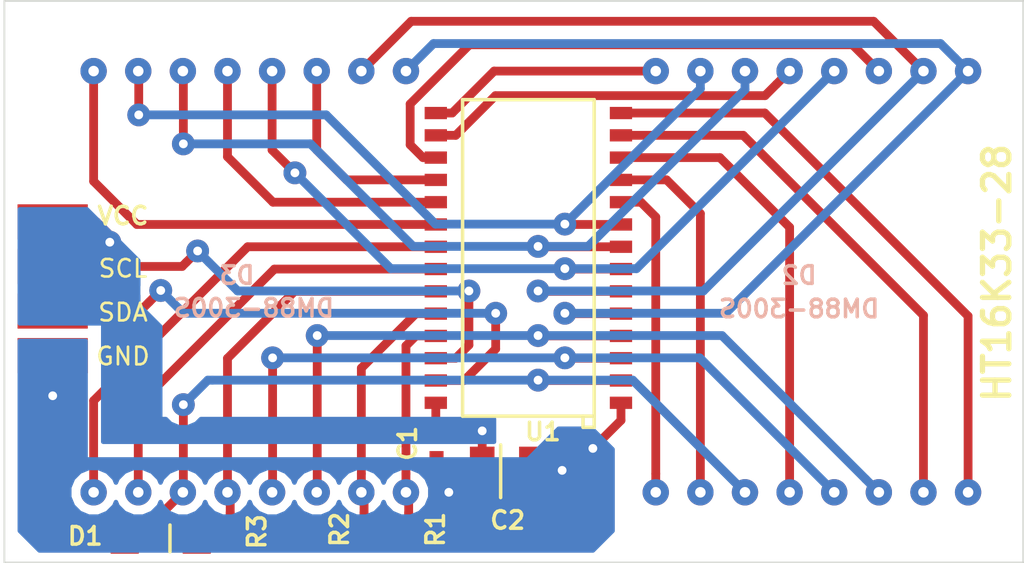
<source format=kicad_pcb>
(kicad_pcb (version 4) (host pcbnew "(after 2015-mar-04 BZR unknown)-product")

  (general
    (links 47)
    (no_connects 0)
    (area 96.45 151.949999 155.050001 184.050001)
    (thickness 1.6)
    (drawings 6)
    (tracks 197)
    (zones 0)
    (modules 13)
    (nets 30)
  )

  (page A4 portrait)
  (layers
    (0 F.Cu signal)
    (31 B.Cu signal)
    (32 B.Adhes user)
    (33 F.Adhes user)
    (34 B.Paste user)
    (35 F.Paste user)
    (36 B.SilkS user)
    (37 F.SilkS user)
    (38 B.Mask user)
    (39 F.Mask user)
    (40 Dwgs.User user)
    (41 Cmts.User user)
    (42 Eco1.User user)
    (43 Eco2.User user)
    (44 Edge.Cuts user)
  )

  (setup
    (last_trace_width 0.5)
    (trace_clearance 0.3)
    (zone_clearance 0.508)
    (zone_45_only no)
    (trace_min 0.3)
    (segment_width 0.2)
    (edge_width 0.1)
    (via_size 1.3)
    (via_drill 0.5)
    (via_min_size 1.3)
    (via_min_drill 0.5)
    (uvia_size 1.3)
    (uvia_drill 0.5)
    (uvias_allowed no)
    (uvia_min_size 1.3)
    (uvia_min_drill 0.5)
    (pcb_text_width 0.3)
    (pcb_text_size 1 1)
    (mod_edge_width 0.15)
    (mod_text_size 1 1)
    (mod_text_width 0.2)
    (pad_size 1.5 1.5)
    (pad_drill 0.6)
    (pad_to_mask_clearance 0)
    (aux_axis_origin 0 0)
    (visible_elements 7FFFFF7F)
    (pcbplotparams
      (layerselection 0x010fc_80000001)
      (usegerberextensions true)
      (excludeedgelayer true)
      (linewidth 0.150000)
      (plotframeref false)
      (viasonmask false)
      (mode 1)
      (useauxorigin false)
      (hpglpennumber 1)
      (hpglpenspeed 20)
      (hpglpendiameter 15)
      (hpglpenoverlay 2)
      (psnegative false)
      (psa4output false)
      (plotreference true)
      (plotvalue true)
      (plotinvisibletext false)
      (padsonsilk false)
      (subtractmaskfromsilk false)
      (outputformat 1)
      (mirror false)
      (drillshape 0)
      (scaleselection 1)
      (outputdirectory gerber))
  )

  (net 0 "")
  (net 1 /COL0)
  (net 2 "Net-(D1-Pad2)")
  (net 3 /VCC)
  (net 4 GND)
  (net 5 /COL4)
  (net 6 /ROW0)
  (net 7 /COL2)
  (net 8 /ROW3)
  (net 9 /ROW1)
  (net 10 /COL1)
  (net 11 /COL7)
  (net 12 /COL5)
  (net 13 /ROW4)
  (net 14 /ROW6)
  (net 15 /COL6)
  (net 16 /ROW7)
  (net 17 /COL3)
  (net 18 /ROW2)
  (net 19 /ROW5)
  (net 20 /SCL)
  (net 21 /SDA)
  (net 22 /ROW8)
  (net 23 /ROW11)
  (net 24 /ROW9)
  (net 25 /ROW12)
  (net 26 /ROW14)
  (net 27 /ROW15)
  (net 28 /ROW10)
  (net 29 /ROW13)

  (net_class Default "This is the default net class."
    (clearance 0.3)
    (trace_width 0.5)
    (via_dia 1.3)
    (via_drill 0.5)
    (uvia_dia 1.3)
    (uvia_drill 0.5)
    (add_net /COL0)
    (add_net /COL1)
    (add_net /COL2)
    (add_net /COL3)
    (add_net /COL4)
    (add_net /COL5)
    (add_net /COL6)
    (add_net /COL7)
    (add_net /ROW0)
    (add_net /ROW1)
    (add_net /ROW10)
    (add_net /ROW11)
    (add_net /ROW12)
    (add_net /ROW13)
    (add_net /ROW14)
    (add_net /ROW15)
    (add_net /ROW2)
    (add_net /ROW3)
    (add_net /ROW4)
    (add_net /ROW5)
    (add_net /ROW6)
    (add_net /ROW7)
    (add_net /ROW8)
    (add_net /ROW9)
    (add_net /SCL)
    (add_net /SDA)
    (add_net /VCC)
    (add_net GND)
    (add_net "Net-(D1-Pad2)")
  )

  (module discrete_SMD:0603_C (layer F.Cu) (tedit 5559E5F8) (tstamp 5559C49C)
    (at 121.6 176.45 270)
    (path /5559CAAA)
    (fp_text reference C1 (at 0.762 1.651 270) (layer F.SilkS)
      (effects (font (size 1 1) (thickness 0.2)))
    )
    (fp_text value capacitor (at 0.6 1.7 270) (layer F.Fab) hide
      (effects (font (size 1 1) (thickness 0.15)))
    )
    (pad 1 smd rect (at -0.15 0 270) (size 0.9 0.8) (layers F.Cu F.Paste F.Mask)
      (net 3 /VCC))
    (pad 2 smd rect (at 1.65 0 270) (size 0.9 0.8) (layers F.Cu F.Paste F.Mask)
      (net 4 GND))
    (model discrete_SMD.pretty/3D/0603_C.wrl
      (at (xyz -0.002 0 0))
      (scale (xyz 0.393701 0.393701 0.393701))
      (rotate (xyz 0 0 0))
    )
  )

  (module discrete_SMD:SOD-80 (layer F.Cu) (tedit 555A4F13) (tstamp 5559C4A8)
    (at 104.25 182.6 270)
    (path /5559AEA0)
    (fp_text reference D1 (at -0.101 2.65 360) (layer F.SilkS)
      (effects (font (size 1 1) (thickness 0.2)))
    )
    (fp_text value diode (at -4.699 -2.159 270) (layer F.SilkS) hide
      (effects (font (size 1 1) (thickness 0.15)))
    )
    (pad 1 smd rect (at 0 0.4 270) (size 1.8 1.6) (layers F.Cu F.Paste F.Mask)
      (net 1 /COL0))
    (pad 2 smd rect (at 0 -3.7 270) (size 1.8 1.6) (layers F.Cu F.Paste F.Mask)
      (net 2 "Net-(D1-Pad2)"))
    (model discrete_SMD.pretty/3D/SOD-80.wrl
      (at (xyz 0 0 0))
      (scale (xyz 0.393700787 0.393700787 0.393700787))
      (rotate (xyz 0 0 0))
    )
  )

  (module discrete_SMD:0402_R (layer F.Cu) (tedit 555A4EFE) (tstamp 5559C4DE)
    (at 120.015 181.345 270)
    (path /5559B080)
    (fp_text reference R1 (at 0.773 -1.524 270) (layer F.SilkS)
      (effects (font (size 1 1) (thickness 0.2)))
    )
    (fp_text value resistor (at 0.6 1.7 270) (layer F.Fab) hide
      (effects (font (size 1 1) (thickness 0.15)))
    )
    (pad 1 smd rect (at 0 0 270) (size 0.5 0.5) (layers F.Cu F.Paste F.Mask)
      (net 6 /ROW0))
    (pad 2 smd rect (at 0.9 0 270) (size 0.5 0.5) (layers F.Cu F.Paste F.Mask)
      (net 2 "Net-(D1-Pad2)"))
    (model discrete_SMD.pretty/3D/0402_R.wrl
      (at (xyz -0.002 0 0))
      (scale (xyz 0.393701 0.393701 0.393701))
      (rotate (xyz 0 0 0))
    )
  )

  (module discrete_SMD:0402_R (layer F.Cu) (tedit 555A4EF9) (tstamp 5559C4E4)
    (at 117.475 181.345 270)
    (path /5559B0D1)
    (fp_text reference R2 (at 0.773 1.397 270) (layer F.SilkS)
      (effects (font (size 1 1) (thickness 0.2)))
    )
    (fp_text value resistor (at 0.6 1.7 270) (layer F.Fab) hide
      (effects (font (size 1 1) (thickness 0.15)))
    )
    (pad 1 smd rect (at 0 0 270) (size 0.5 0.5) (layers F.Cu F.Paste F.Mask)
      (net 9 /ROW1))
    (pad 2 smd rect (at 0.9 0 270) (size 0.5 0.5) (layers F.Cu F.Paste F.Mask)
      (net 2 "Net-(D1-Pad2)"))
    (model discrete_SMD.pretty/3D/0402_R.wrl
      (at (xyz -0.002 0 0))
      (scale (xyz 0.393701 0.393701 0.393701))
      (rotate (xyz 0 0 0))
    )
  )

  (module discrete_SMD:0402_R (layer F.Cu) (tedit 555A4F0C) (tstamp 5559C4EA)
    (at 109.855 181.345 270)
    (path /5559B125)
    (fp_text reference R3 (at 0.9 -1.524 270) (layer F.SilkS)
      (effects (font (size 1 1) (thickness 0.2)))
    )
    (fp_text value resistor (at 0.6 1.7 270) (layer F.Fab) hide
      (effects (font (size 1 1) (thickness 0.15)))
    )
    (pad 1 smd rect (at 0 0 270) (size 0.5 0.5) (layers F.Cu F.Paste F.Mask)
      (net 18 /ROW2))
    (pad 2 smd rect (at 0.9 0 270) (size 0.5 0.5) (layers F.Cu F.Paste F.Mask)
      (net 2 "Net-(D1-Pad2)"))
    (model discrete_SMD.pretty/3D/0402_R.wrl
      (at (xyz -0.002 0 0))
      (scale (xyz 0.393701 0.393701 0.393701))
      (rotate (xyz 0 0 0))
    )
  )

  (module SO:SO28 (layer F.Cu) (tedit 5559CD12) (tstamp 5559D47D)
    (at 132.1 174.9 90)
    (path /53052BA2)
    (fp_text reference U1 (at -1.651 -4.445 180) (layer F.SilkS)
      (effects (font (size 1 1) (thickness 0.2)))
    )
    (fp_text value HT16K33-28 (at 1.651 -3.175 90) (layer F.Fab) hide
      (effects (font (size 1 1) (thickness 0.15)))
    )
    (fp_line (start 17.272 -9.017) (end -0.762 -9.017) (layer F.SilkS) (width 0.2))
    (fp_line (start -0.762 -9.017) (end -0.762 -1.524) (layer F.SilkS) (width 0.2))
    (fp_line (start 17.272 -1.524) (end 17.272 -9.017) (layer F.SilkS) (width 0.2))
    (fp_line (start -0.762 -1.524) (end 17.272 -1.524) (layer F.SilkS) (width 0.2))
    (fp_line (start -0.762 -2.159) (end -1.397 -2.159) (layer F.SilkS) (width 0.2))
    (fp_line (start -1.397 -2.159) (end -1.397 -1.524) (layer F.SilkS) (width 0.2))
    (fp_line (start -1.397 -1.524) (end -0.762 -1.524) (layer F.SilkS) (width 0.2))
    (pad 15 smd rect (at 16.51 -10.541 90) (size 0.7 1.27) (layers F.Cu F.Paste F.Mask)
      (net 28 /ROW10))
    (pad 16 smd rect (at 15.24 -10.541 90) (size 0.7 1.27) (layers F.Cu F.Paste F.Mask)
      (net 24 /ROW9))
    (pad 17 smd rect (at 13.97 -10.541 90) (size 0.7 1.27) (layers F.Cu F.Paste F.Mask)
      (net 22 /ROW8))
    (pad 18 smd rect (at 12.7 -10.541 90) (size 0.7 1.27) (layers F.Cu F.Paste F.Mask)
      (net 16 /ROW7))
    (pad 19 smd rect (at 11.43 -10.541 90) (size 0.7 1.27) (layers F.Cu F.Paste F.Mask)
      (net 14 /ROW6))
    (pad 20 smd rect (at 10.16 -10.541 90) (size 0.7 1.27) (layers F.Cu F.Paste F.Mask)
      (net 19 /ROW5))
    (pad 14 smd rect (at 16.51 0 90) (size 0.7 1.27) (layers F.Cu F.Paste F.Mask)
      (net 23 /ROW11))
    (pad 13 smd rect (at 15.24 0 90) (size 0.7 1.27) (layers F.Cu F.Paste F.Mask)
      (net 25 /ROW12))
    (pad 12 smd rect (at 13.97 0 90) (size 0.7 1.27) (layers F.Cu F.Paste F.Mask)
      (net 29 /ROW13))
    (pad 11 smd rect (at 12.7 0 90) (size 0.7 1.27) (layers F.Cu F.Paste F.Mask)
      (net 26 /ROW14))
    (pad 10 smd rect (at 11.43 0 90) (size 0.7 1.27) (layers F.Cu F.Paste F.Mask)
      (net 27 /ROW15))
    (pad 9 smd rect (at 10.16 0 90) (size 0.7 1.27) (layers F.Cu F.Paste F.Mask)
      (net 11 /COL7))
    (pad 24 smd rect (at 5.08 -10.541 90) (size 0.7 1.27) (layers F.Cu F.Paste F.Mask)
      (net 9 /ROW1))
    (pad 23 smd rect (at 6.35 -10.541 90) (size 0.7 1.27) (layers F.Cu F.Paste F.Mask)
      (net 18 /ROW2))
    (pad 22 smd rect (at 7.62 -10.541 90) (size 0.7 1.27) (layers F.Cu F.Paste F.Mask)
      (net 8 /ROW3))
    (pad 21 smd rect (at 8.89 -10.541 90) (size 0.7 1.27) (layers F.Cu F.Paste F.Mask)
      (net 13 /ROW4))
    (pad 8 smd rect (at 8.89 0 90) (size 0.7 1.27) (layers F.Cu F.Paste F.Mask)
      (net 15 /COL6))
    (pad 7 smd rect (at 7.62 0 90) (size 0.7 1.27) (layers F.Cu F.Paste F.Mask)
      (net 12 /COL5))
    (pad 6 smd rect (at 6.35 0 90) (size 0.7 1.27) (layers F.Cu F.Paste F.Mask)
      (net 5 /COL4))
    (pad 5 smd rect (at 5.08 0 90) (size 0.7 1.27) (layers F.Cu F.Paste F.Mask)
      (net 17 /COL3))
    (pad 1 smd rect (at 0 0 90) (size 0.7 1.27) (layers F.Cu F.Paste F.Mask)
      (net 4 GND))
    (pad 2 smd rect (at 1.27 0 90) (size 0.7 1.27) (layers F.Cu F.Paste F.Mask)
      (net 1 /COL0))
    (pad 3 smd rect (at 2.54 0 90) (size 0.7 1.27) (layers F.Cu F.Paste F.Mask)
      (net 10 /COL1))
    (pad 4 smd rect (at 3.81 0 90) (size 0.7 1.27) (layers F.Cu F.Paste F.Mask)
      (net 7 /COL2))
    (pad 25 smd rect (at 3.81 -10.541 90) (size 0.7 1.27) (layers F.Cu F.Paste F.Mask)
      (net 6 /ROW0))
    (pad 26 smd rect (at 2.54 -10.541 90) (size 0.7 1.27) (layers F.Cu F.Paste F.Mask)
      (net 20 /SCL))
    (pad 27 smd rect (at 1.27 -10.541 90) (size 0.7 1.27) (layers F.Cu F.Paste F.Mask)
      (net 21 /SDA))
    (pad 28 smd rect (at 0 -10.541 90) (size 0.7 1.27) (layers F.Cu F.Paste F.Mask)
      (net 3 /VCC))
    (model SO.pretty/3D/SO28.wrl
      (at (xyz 0 0 0))
      (scale (xyz 0.393701 0.393701 0.393701))
      (rotate (xyz 0 0 0))
    )
  )

  (module discrete_SMD:case_B (layer F.Cu) (tedit 5559E5DF) (tstamp 5559DCCE)
    (at 125.65 178.8)
    (path /5559D571)
    (fp_text reference C2 (at 0 2.794) (layer F.SilkS)
      (effects (font (size 1 1) (thickness 0.2)))
    )
    (fp_text value capacitor_el (at 0.05 1.55) (layer F.Fab) hide
      (effects (font (size 1 1) (thickness 0.15)))
    )
    (fp_line (start -0.4 -1.5) (end -0.4 1.5) (layer F.SilkS) (width 0.2))
    (pad 1 smd rect (at -1.45 0) (size 1.4 2.8) (layers F.Cu F.Paste F.Mask)
      (net 3 /VCC))
    (pad 2 smd rect (at 1.35 0) (size 1.4 2.8) (layers F.Cu F.Paste F.Mask)
      (net 4 GND))
    (model discrete_SMD.pretty/3D/case_B.wrl
      (at (xyz -0.002 0 0))
      (scale (xyz 0.393701 0.393701 0.393701))
      (rotate (xyz 0 0 0))
    )
  )

  (module CONNECTORS:PLS1_SMD (layer F.Cu) (tedit 555A5199) (tstamp 5559E0F0)
    (at 98.298 164.592)
    (path /5559B63A)
    (fp_text reference X1 (at 0 -2.5) (layer F.SilkS) hide
      (effects (font (size 0.5 0.5) (thickness 0.125)))
    )
    (fp_text value VCC (at 5.452 -0.342) (layer F.SilkS)
      (effects (font (size 1 1) (thickness 0.2)))
    )
    (pad 1 smd rect (at 1.45 0) (size 4 2) (layers F.Cu F.Paste F.Mask)
      (net 3 /VCC))
    (model CONNECTORS.pretty/3D/PLS1_SMD.wrl
      (at (xyz 0 0 0))
      (scale (xyz 0.393701 0.393701 0.393701))
      (rotate (xyz 0 0 0))
    )
  )

  (module CONNECTORS:PLS1_SMD (layer F.Cu) (tedit 555A51EE) (tstamp 5559E0F5)
    (at 98.298 172.212)
    (path /5559B6A6)
    (fp_text reference X2 (at 0 -2.5) (layer F.SilkS) hide
      (effects (font (size 0.5 0.5) (thickness 0.125)))
    )
    (fp_text value GND (at 5.452 0.038) (layer F.SilkS)
      (effects (font (size 1 1) (thickness 0.15)))
    )
    (pad 1 smd rect (at 1.45 0) (size 4 2) (layers F.Cu F.Paste F.Mask)
      (net 4 GND))
    (model CONNECTORS.pretty/3D/PLS1_SMD.wrl
      (at (xyz 0 0 0))
      (scale (xyz 0.393701 0.393701 0.393701))
      (rotate (xyz 0 0 0))
    )
  )

  (module CONNECTORS:PLS1_SMD (layer F.Cu) (tedit 555A51B8) (tstamp 5559E0FA)
    (at 98.298 167.132)
    (path /5559B703)
    (fp_text reference X3 (at 0 -2.5) (layer F.SilkS) hide
      (effects (font (size 0.5 0.5) (thickness 0.125)))
    )
    (fp_text value SCL (at 5.452 0.118) (layer F.SilkS)
      (effects (font (size 1 1) (thickness 0.15)))
    )
    (pad 1 smd rect (at 1.45 0) (size 4 2) (layers F.Cu F.Paste F.Mask)
      (net 20 /SCL))
    (model CONNECTORS.pretty/3D/PLS1_SMD.wrl
      (at (xyz 0 0 0))
      (scale (xyz 0.393701 0.393701 0.393701))
      (rotate (xyz 0 0 0))
    )
  )

  (module CONNECTORS:PLS1_SMD (layer F.Cu) (tedit 555A51BE) (tstamp 5559E0FF)
    (at 98.298 169.672)
    (path /5559B743)
    (fp_text reference X4 (at 0 -2.5) (layer F.SilkS) hide
      (effects (font (size 0.5 0.5) (thickness 0.125)))
    )
    (fp_text value SDA (at 5.452 0.078) (layer F.SilkS)
      (effects (font (size 1 1) (thickness 0.15)))
    )
    (pad 1 smd rect (at 1.45 0) (size 4 2) (layers F.Cu F.Paste F.Mask)
      (net 21 /SDA))
    (model CONNECTORS.pretty/3D/PLS1_SMD.wrl
      (at (xyz 0 0 0))
      (scale (xyz 0.393701 0.393701 0.393701))
      (rotate (xyz 0 0 0))
    )
  )

  (module user_parts:DM88-300S (layer B.Cu) (tedit 555C9A6A) (tstamp 5559C4D8)
    (at 97 156)
    (tags "LED matrix 8x8")
    (path /5559B6AA)
    (fp_text reference D3 (at 13.24 11.64) (layer B.SilkS)
      (effects (font (size 1 1) (thickness 0.2)) (justify mirror))
    )
    (fp_text value DM88-300S (at 14.2 13.5) (layer B.SilkS)
      (effects (font (size 1 1) (thickness 0.2)) (justify mirror))
    )
    (pad 2 thru_hole circle (at 7.62 0) (size 1.5 1.5) (drill 0.6) (layers *.Cu *.Mask)
      (net 11 /COL7))
    (pad 1 thru_hole circle (at 5.08 0) (size 1.5 1.5) (drill 0.6) (layers *.Cu *.Mask)
      (net 19 /ROW5))
    (pad 3 thru_hole circle (at 10.16 0) (size 1.5 1.5) (drill 0.6) (layers *.Cu *.Mask)
      (net 15 /COL6))
    (pad 4 thru_hole circle (at 12.7 0) (size 1.5 1.5) (drill 0.6) (layers *.Cu *.Mask)
      (net 14 /ROW6))
    (pad 6 thru_hole circle (at 17.78 0) (size 1.5 1.5) (drill 0.6) (layers *.Cu *.Mask)
      (net 16 /ROW7))
    (pad 7 thru_hole circle (at 20.32 0) (size 1.5 1.5) (drill 0.6) (layers *.Cu *.Mask)
      (net 5 /COL4))
    (pad 5 thru_hole circle (at 15.24 0) (size 1.5 1.5) (drill 0.6) (layers *.Cu *.Mask)
      (net 12 /COL5))
    (pad 8 thru_hole circle (at 22.86 0) (size 1.5 1.5) (drill 0.6) (layers *.Cu *.Mask)
      (net 17 /COL3))
    (pad 12 thru_hole circle (at 15.24 24) (size 1.5 1.5) (drill 0.6) (layers *.Cu *.Mask)
      (net 10 /COL1))
    (pad 9 thru_hole circle (at 22.86 24) (size 1.5 1.5) (drill 0.6) (layers *.Cu *.Mask)
      (net 6 /ROW0))
    (pad 10 thru_hole circle (at 20.32 24) (size 1.5 1.5) (drill 0.6) (layers *.Cu *.Mask)
      (net 9 /ROW1))
    (pad 11 thru_hole circle (at 17.78 24) (size 1.5 1.5) (drill 0.6) (layers *.Cu *.Mask)
      (net 7 /COL2))
    (pad 13 thru_hole circle (at 12.7 24) (size 1.5 1.5) (drill 0.6) (layers *.Cu *.Mask)
      (net 18 /ROW2))
    (pad 14 thru_hole circle (at 10.16 24) (size 1.5 1.5) (drill 0.6) (layers *.Cu *.Mask)
      (net 1 /COL0))
    (pad 16 thru_hole circle (at 5.08 24) (size 1.5 1.5) (drill 0.6) (layers *.Cu *.Mask)
      (net 13 /ROW4))
    (pad 15 thru_hole circle (at 7.62 24) (size 1.5 1.5) (drill 0.6) (layers *.Cu *.Mask)
      (net 8 /ROW3))
    (model ${KIPRJMOD}/user_parts.pretty/3D/DM88-300S.wrl
      (at (xyz 0 0 0))
      (scale (xyz 0.393701 0.393701 0.393701))
      (rotate (xyz 0 0 0))
    )
  )

  (module user_parts:DM88-300S (layer B.Cu) (tedit 555A54E6) (tstamp 5559C4C0)
    (at 129 156)
    (tags "LED matrix 8x8")
    (path /5559B672)
    (fp_text reference D2 (at 13.24 11.64) (layer B.SilkS)
      (effects (font (size 1 1) (thickness 0.2)) (justify mirror))
    )
    (fp_text value DM88-300S (at 13.24 13.545) (layer B.SilkS)
      (effects (font (size 1 1) (thickness 0.2)) (justify mirror))
    )
    (pad 2 thru_hole circle (at 7.62 0) (size 1.5 1.5) (drill 0.6) (layers *.Cu *.Mask)
      (net 11 /COL7))
    (pad 1 thru_hole circle (at 5.08 0) (size 1.5 1.5) (drill 0.6) (layers *.Cu *.Mask)
      (net 28 /ROW10))
    (pad 3 thru_hole circle (at 10.16 0) (size 1.5 1.5) (drill 0.6) (layers *.Cu *.Mask)
      (net 15 /COL6))
    (pad 4 thru_hole circle (at 12.7 0) (size 1.5 1.5) (drill 0.6) (layers *.Cu *.Mask)
      (net 24 /ROW9))
    (pad 6 thru_hole circle (at 17.78 0) (size 1.5 1.5) (drill 0.6) (layers *.Cu *.Mask)
      (net 22 /ROW8))
    (pad 7 thru_hole circle (at 20.32 0) (size 1.5 1.5) (drill 0.6) (layers *.Cu *.Mask)
      (net 5 /COL4))
    (pad 5 thru_hole circle (at 15.24 0) (size 1.5 1.5) (drill 0.6) (layers *.Cu *.Mask)
      (net 12 /COL5))
    (pad 8 thru_hole circle (at 22.86 0) (size 1.5 1.5) (drill 0.6) (layers *.Cu *.Mask)
      (net 17 /COL3))
    (pad 12 thru_hole circle (at 15.24 24) (size 1.5 1.5) (drill 0.6) (layers *.Cu *.Mask)
      (net 10 /COL1))
    (pad 9 thru_hole circle (at 22.86 24) (size 1.5 1.5) (drill 0.6) (layers *.Cu *.Mask)
      (net 23 /ROW11))
    (pad 10 thru_hole circle (at 20.32 24) (size 1.5 1.5) (drill 0.6) (layers *.Cu *.Mask)
      (net 25 /ROW12))
    (pad 11 thru_hole circle (at 17.78 24) (size 1.5 1.5) (drill 0.6) (layers *.Cu *.Mask)
      (net 7 /COL2))
    (pad 13 thru_hole circle (at 12.7 24) (size 1.5 1.5) (drill 0.6) (layers *.Cu *.Mask)
      (net 29 /ROW13))
    (pad 14 thru_hole circle (at 10.16 24) (size 1.5 1.5) (drill 0.6) (layers *.Cu *.Mask)
      (net 1 /COL0))
    (pad 16 thru_hole circle (at 5.08 24) (size 1.5 1.5) (drill 0.6) (layers *.Cu *.Mask)
      (net 27 /ROW15))
    (pad 15 thru_hole circle (at 7.62 24) (size 1.5 1.5) (drill 0.6) (layers *.Cu *.Mask)
      (net 26 /ROW14))
    (model ${KIPRJMOD}/user_parts.pretty/3D/DM88-300S.wrl
      (at (xyz 0 0 0))
      (scale (xyz 0.393701 0.393701 0.393701))
      (rotate (xyz 0 0 0))
    )
  )

  (gr_line (start 97 184) (end 155 184) (angle 90) (layer Edge.Cuts) (width 0.1))
  (gr_line (start 155 152) (end 97 152) (angle 90) (layer Edge.Cuts) (width 0.1))
  (gr_text HT16K33-28 (at 153.5 167.5 90) (layer F.SilkS)
    (effects (font (size 1.5 1.5) (thickness 0.3)))
  )
  (gr_line (start 97 184) (end 97 152) (angle 90) (layer Edge.Cuts) (width 0.1))
  (gr_line (start 155 152) (end 155 184) (angle 90) (layer Edge.Cuts) (width 0.1))
  (gr_line (start 106.426 181.864) (end 106.426 183.388) (angle 90) (layer F.SilkS) (width 0.2))

  (segment (start 103.85 182.6) (end 104.56 182.6) (width 0.5) (layer F.Cu) (net 1))
  (segment (start 104.56 182.6) (end 107.16 180) (width 0.5) (layer F.Cu) (net 1))
  (segment (start 127.381 173.609) (end 132.769 173.609) (width 0.5) (layer B.Cu) (net 1))
  (segment (start 132.769 173.609) (end 139.16 180) (width 0.5) (layer B.Cu) (net 1))
  (segment (start 132.1 173.63) (end 127.402 173.63) (width 0.5) (layer F.Cu) (net 1))
  (via (at 127.381 173.609) (size 1.3) (drill 0.5) (layers F.Cu B.Cu) (net 1))
  (segment (start 127.402 173.63) (end 127.381 173.609) (width 0.5) (layer F.Cu) (net 1))
  (segment (start 127.381 173.609) (end 108.839 173.609) (width 0.5) (layer B.Cu) (net 1))
  (via (at 107.188 175.006) (size 1.3) (drill 0.5) (layers F.Cu B.Cu) (net 1))
  (segment (start 108.585 173.609) (end 107.188 175.006) (width 0.5) (layer B.Cu) (net 1))
  (segment (start 108.839 173.609) (end 108.585 173.609) (width 0.5) (layer B.Cu) (net 1))
  (segment (start 107.188 179.972) (end 107.16 180) (width 0.5) (layer F.Cu) (net 1))
  (segment (start 107.188 175.006) (end 107.188 179.972) (width 0.5) (layer F.Cu) (net 1))
  (segment (start 109.855 182.245) (end 117.475 182.245) (width 0.5) (layer F.Cu) (net 2))
  (segment (start 117.475 182.245) (end 120.015 182.245) (width 0.5) (layer F.Cu) (net 2))
  (segment (start 109.855 182.245) (end 108.305 182.245) (width 0.5) (layer F.Cu) (net 2))
  (segment (start 108.305 182.245) (end 107.95 182.6) (width 0.5) (layer F.Cu) (net 2))
  (segment (start 107.976 182.626) (end 107.95 182.6) (width 0.5) (layer F.Cu) (net 2))
  (segment (start 124.2 178.8) (end 124.2 176.5) (width 0.5) (layer F.Cu) (net 3))
  (segment (start 123.6 176.3) (end 124 176.3) (width 0.5) (layer F.Cu) (net 3))
  (segment (start 124 176.3) (end 124.2 176.5) (width 0.5) (layer F.Cu) (net 3))
  (via (at 124.2 176.5) (size 1.3) (drill 0.5) (layers F.Cu B.Cu) (net 3))
  (segment (start 121.6 176.3) (end 123.6 176.3) (width 0.5) (layer F.Cu) (net 3))
  (segment (start 121.559 174.9) (end 121.559 176.259) (width 0.5) (layer F.Cu) (net 3))
  (segment (start 121.559 176.259) (end 121.6 176.3) (width 0.5) (layer F.Cu) (net 3))
  (via (at 103 165.75) (size 1.3) (drill 0.5) (layers F.Cu B.Cu) (net 3))
  (segment (start 99.748 164.592) (end 102.248 164.592) (width 0.5) (layer F.Cu) (net 3))
  (segment (start 102.248 164.592) (end 103 165.344) (width 0.5) (layer F.Cu) (net 3))
  (segment (start 103 165.344) (end 103 165.75) (width 0.5) (layer F.Cu) (net 3))
  (segment (start 122.3 178.85) (end 122.3 180) (width 0.5) (layer F.Cu) (net 4))
  (via (at 122.3 180) (size 1.3) (drill 0.5) (layers F.Cu B.Cu) (net 4))
  (segment (start 121.6 178.1) (end 121.6 178.15) (width 0.5) (layer F.Cu) (net 4))
  (segment (start 121.6 178.15) (end 122.3 178.85) (width 0.5) (layer F.Cu) (net 4))
  (via (at 128.75 178.75) (size 1.3) (drill 0.5) (layers F.Cu B.Cu) (net 4))
  (segment (start 128.7 178.8) (end 128.75 178.75) (width 0.5) (layer F.Cu) (net 4))
  (segment (start 127 178.8) (end 128.7 178.8) (width 0.5) (layer F.Cu) (net 4))
  (via (at 130.5 177.5) (size 1.3) (drill 0.5) (layers F.Cu B.Cu) (net 4))
  (segment (start 132.1 175.9) (end 130.5 177.5) (width 0.5) (layer F.Cu) (net 4))
  (segment (start 132.1 174.9) (end 132.1 175.9) (width 0.5) (layer F.Cu) (net 4))
  (via (at 99.75 174.5) (size 1.3) (drill 0.5) (layers F.Cu B.Cu) (net 4))
  (segment (start 99.748 174.498) (end 99.75 174.5) (width 0.5) (layer F.Cu) (net 4))
  (segment (start 99.748 172.212) (end 99.748 174.498) (width 0.5) (layer F.Cu) (net 4))
  (segment (start 149.32 156) (end 146.482 153.162) (width 0.5) (layer F.Cu) (net 5))
  (segment (start 146.482 153.162) (end 120.158 153.162) (width 0.5) (layer F.Cu) (net 5))
  (segment (start 118.069999 155.250001) (end 117.32 156) (width 0.5) (layer F.Cu) (net 5))
  (segment (start 120.158 153.162) (end 118.069999 155.250001) (width 0.5) (layer F.Cu) (net 5))
  (segment (start 127.381 168.529) (end 136.791 168.529) (width 0.5) (layer B.Cu) (net 5))
  (segment (start 136.791 168.529) (end 149.32 156) (width 0.5) (layer B.Cu) (net 5))
  (segment (start 132.1 168.55) (end 127.402 168.55) (width 0.5) (layer F.Cu) (net 5))
  (segment (start 127.402 168.55) (end 127.381 168.529) (width 0.5) (layer F.Cu) (net 5))
  (via (at 127.381 168.529) (size 1.3) (drill 0.5) (layers F.Cu B.Cu) (net 5))
  (segment (start 120.015 181.345) (end 120.015 180.155) (width 0.5) (layer F.Cu) (net 6))
  (segment (start 120.015 180.155) (end 119.86 180) (width 0.5) (layer F.Cu) (net 6))
  (segment (start 121.559 171.09) (end 120.424 171.09) (width 0.5) (layer F.Cu) (net 6))
  (segment (start 119.86 178.93934) (end 119.86 180) (width 0.5) (layer F.Cu) (net 6))
  (segment (start 120.424 171.09) (end 119.86 171.654) (width 0.5) (layer F.Cu) (net 6))
  (segment (start 119.86 171.654) (end 119.86 178.93934) (width 0.5) (layer F.Cu) (net 6))
  (segment (start 114.808 171.069) (end 114.808 179.972) (width 0.5) (layer F.Cu) (net 7))
  (segment (start 114.808 179.972) (end 114.78 180) (width 0.5) (layer F.Cu) (net 7))
  (segment (start 127.381 171.069) (end 114.808 171.069) (width 0.5) (layer B.Cu) (net 7))
  (via (at 114.808 171.069) (size 1.3) (drill 0.5) (layers F.Cu B.Cu) (net 7))
  (segment (start 127.381 171.069) (end 137.849 171.069) (width 0.5) (layer B.Cu) (net 7))
  (segment (start 146.030001 179.250001) (end 146.78 180) (width 0.5) (layer B.Cu) (net 7))
  (segment (start 137.849 171.069) (end 146.030001 179.250001) (width 0.5) (layer B.Cu) (net 7))
  (segment (start 132.1 171.09) (end 127.402 171.09) (width 0.5) (layer F.Cu) (net 7))
  (segment (start 127.402 171.09) (end 127.381 171.069) (width 0.5) (layer F.Cu) (net 7))
  (via (at 127.381 171.069) (size 1.3) (drill 0.5) (layers F.Cu B.Cu) (net 7))
  (segment (start 121.559 167.28) (end 112.374 167.28) (width 0.5) (layer F.Cu) (net 8))
  (segment (start 112.374 167.28) (end 104.62 175.034) (width 0.5) (layer F.Cu) (net 8))
  (segment (start 104.62 175.034) (end 104.62 180) (width 0.5) (layer F.Cu) (net 8))
  (segment (start 117.475 181.345) (end 117.475 180.155) (width 0.5) (layer F.Cu) (net 9))
  (segment (start 117.475 180.155) (end 117.32 180) (width 0.5) (layer F.Cu) (net 9))
  (segment (start 121.559 169.82) (end 120.424 169.82) (width 0.5) (layer F.Cu) (net 9))
  (segment (start 117.32 172.924) (end 117.32 178.93934) (width 0.5) (layer F.Cu) (net 9))
  (segment (start 120.424 169.82) (end 117.32 172.924) (width 0.5) (layer F.Cu) (net 9))
  (segment (start 117.32 178.93934) (end 117.32 180) (width 0.5) (layer F.Cu) (net 9))
  (segment (start 112.268 172.339) (end 112.268 179.972) (width 0.5) (layer F.Cu) (net 10))
  (segment (start 112.268 179.972) (end 112.24 180) (width 0.5) (layer F.Cu) (net 10))
  (segment (start 128.905 172.339) (end 112.268 172.339) (width 0.5) (layer B.Cu) (net 10))
  (via (at 112.268 172.339) (size 1.3) (drill 0.5) (layers F.Cu B.Cu) (net 10))
  (segment (start 128.905 172.339) (end 136.579 172.339) (width 0.5) (layer B.Cu) (net 10))
  (segment (start 136.579 172.339) (end 144.24 180) (width 0.5) (layer B.Cu) (net 10))
  (segment (start 132.1 172.36) (end 128.926 172.36) (width 0.5) (layer F.Cu) (net 10))
  (segment (start 128.926 172.36) (end 128.905 172.339) (width 0.5) (layer F.Cu) (net 10))
  (via (at 128.905 172.339) (size 1.3) (drill 0.5) (layers F.Cu B.Cu) (net 10))
  (segment (start 104.648 158.496) (end 104.648 156.028) (width 0.5) (layer F.Cu) (net 11))
  (segment (start 104.648 156.028) (end 104.62 156) (width 0.5) (layer F.Cu) (net 11))
  (segment (start 121.539 164.719) (end 115.316 158.496) (width 0.5) (layer B.Cu) (net 11))
  (segment (start 115.316 158.496) (end 104.648 158.496) (width 0.5) (layer B.Cu) (net 11))
  (via (at 104.648 158.496) (size 1.3) (drill 0.5) (layers F.Cu B.Cu) (net 11))
  (segment (start 128.905 164.719) (end 121.539 164.719) (width 0.5) (layer B.Cu) (net 11))
  (segment (start 128.905 164.719) (end 136.62 157.004) (width 0.5) (layer B.Cu) (net 11))
  (via (at 128.905 164.719) (size 1.3) (drill 0.5) (layers F.Cu B.Cu) (net 11))
  (segment (start 132.1 164.74) (end 128.926 164.74) (width 0.5) (layer F.Cu) (net 11))
  (segment (start 128.926 164.74) (end 128.905 164.719) (width 0.5) (layer F.Cu) (net 11))
  (segment (start 136.62 157.004) (end 136.62 156) (width 0.5) (layer B.Cu) (net 11))
  (segment (start 113.538 161.798) (end 118.999 167.259) (width 0.5) (layer B.Cu) (net 12))
  (segment (start 118.999 167.259) (end 128.905 167.259) (width 0.5) (layer B.Cu) (net 12))
  (segment (start 112.24 156) (end 112.24 160.5) (width 0.5) (layer F.Cu) (net 12))
  (segment (start 112.24 160.5) (end 113.538 161.798) (width 0.5) (layer F.Cu) (net 12))
  (via (at 113.538 161.798) (size 1.3) (drill 0.5) (layers F.Cu B.Cu) (net 12))
  (segment (start 128.905 167.259) (end 132.981 167.259) (width 0.5) (layer B.Cu) (net 12))
  (segment (start 132.981 167.259) (end 144.24 156) (width 0.5) (layer B.Cu) (net 12))
  (segment (start 132.1 167.28) (end 128.926 167.28) (width 0.5) (layer F.Cu) (net 12))
  (segment (start 128.926 167.28) (end 128.905 167.259) (width 0.5) (layer F.Cu) (net 12))
  (via (at 128.905 167.259) (size 1.3) (drill 0.5) (layers F.Cu B.Cu) (net 12))
  (segment (start 121.559 166.01) (end 110.85 166.01) (width 0.5) (layer F.Cu) (net 13))
  (segment (start 110.85 166.01) (end 102.08 174.78) (width 0.5) (layer F.Cu) (net 13))
  (segment (start 102.08 174.78) (end 102.08 180) (width 0.5) (layer F.Cu) (net 13))
  (segment (start 121.559 163.47) (end 112.289 163.47) (width 0.5) (layer F.Cu) (net 14))
  (segment (start 112.289 163.47) (end 109.7 160.881) (width 0.5) (layer F.Cu) (net 14))
  (segment (start 109.7 160.881) (end 109.7 156) (width 0.5) (layer F.Cu) (net 14))
  (segment (start 107.188 160.147) (end 107.188 156.028) (width 0.5) (layer F.Cu) (net 15))
  (segment (start 107.188 156.028) (end 107.16 156) (width 0.5) (layer F.Cu) (net 15))
  (segment (start 120.269 165.989) (end 114.427 160.147) (width 0.5) (layer B.Cu) (net 15))
  (via (at 107.188 160.147) (size 1.3) (drill 0.5) (layers F.Cu B.Cu) (net 15))
  (segment (start 114.427 160.147) (end 107.188 160.147) (width 0.5) (layer B.Cu) (net 15))
  (segment (start 127.381 165.989) (end 120.269 165.989) (width 0.5) (layer B.Cu) (net 15))
  (segment (start 127.402 166.01) (end 127.381 165.989) (width 0.5) (layer F.Cu) (net 15))
  (segment (start 132.1 166.01) (end 127.402 166.01) (width 0.5) (layer F.Cu) (net 15))
  (segment (start 127.381 165.989) (end 130.23166 165.989) (width 0.5) (layer B.Cu) (net 15))
  (via (at 127.381 165.989) (size 1.3) (drill 0.5) (layers F.Cu B.Cu) (net 15))
  (segment (start 139.16 157.06066) (end 139.16 156) (width 0.5) (layer B.Cu) (net 15))
  (segment (start 130.23166 165.989) (end 139.16 157.06066) (width 0.5) (layer B.Cu) (net 15))
  (segment (start 121.559 162.2) (end 116.48 162.2) (width 0.5) (layer F.Cu) (net 16))
  (segment (start 116.48 162.2) (end 114.78 160.5) (width 0.5) (layer F.Cu) (net 16))
  (segment (start 114.78 160.5) (end 114.78 156) (width 0.5) (layer F.Cu) (net 16))
  (segment (start 119.86 156) (end 121.428 154.432) (width 0.5) (layer B.Cu) (net 17))
  (segment (start 121.428 154.432) (end 150.292 154.432) (width 0.5) (layer B.Cu) (net 17))
  (segment (start 150.292 154.432) (end 151.110001 155.250001) (width 0.5) (layer B.Cu) (net 17))
  (segment (start 151.110001 155.250001) (end 151.86 156) (width 0.5) (layer B.Cu) (net 17))
  (segment (start 128.905 169.799) (end 138.061 169.799) (width 0.5) (layer B.Cu) (net 17))
  (segment (start 138.061 169.799) (end 151.86 156) (width 0.5) (layer B.Cu) (net 17))
  (segment (start 132.1 169.82) (end 128.926 169.82) (width 0.5) (layer F.Cu) (net 17))
  (segment (start 128.926 169.82) (end 128.905 169.799) (width 0.5) (layer F.Cu) (net 17))
  (via (at 128.905 169.799) (size 1.3) (drill 0.5) (layers F.Cu B.Cu) (net 17))
  (segment (start 109.855 181.345) (end 109.855 180.155) (width 0.5) (layer F.Cu) (net 18))
  (segment (start 109.855 180.155) (end 109.7 180) (width 0.5) (layer F.Cu) (net 18))
  (segment (start 121.559 168.55) (end 113.517 168.55) (width 0.5) (layer F.Cu) (net 18))
  (segment (start 109.7 172.367) (end 109.7 180) (width 0.5) (layer F.Cu) (net 18))
  (segment (start 113.517 168.55) (end 109.7 172.367) (width 0.5) (layer F.Cu) (net 18))
  (segment (start 121.559 164.74) (end 104.542 164.74) (width 0.5) (layer F.Cu) (net 19))
  (segment (start 104.542 164.74) (end 102.08 162.278) (width 0.5) (layer F.Cu) (net 19))
  (segment (start 102.08 162.278) (end 102.08 156) (width 0.5) (layer F.Cu) (net 19))
  (segment (start 107.350001 166.899999) (end 108 166.25) (width 0.5) (layer F.Cu) (net 20))
  (segment (start 99.748 167.132) (end 107.118 167.132) (width 0.5) (layer F.Cu) (net 20))
  (segment (start 107.118 167.132) (end 107.350001 166.899999) (width 0.5) (layer F.Cu) (net 20))
  (segment (start 108.649999 166.899999) (end 108 166.25) (width 0.5) (layer B.Cu) (net 20))
  (segment (start 110.279 168.529) (end 108.649999 166.899999) (width 0.5) (layer B.Cu) (net 20))
  (segment (start 123.444 168.529) (end 110.279 168.529) (width 0.5) (layer B.Cu) (net 20))
  (via (at 108 166.25) (size 1.3) (drill 0.5) (layers F.Cu B.Cu) (net 20))
  (segment (start 121.559 172.36) (end 122.694 172.36) (width 0.5) (layer F.Cu) (net 20))
  (segment (start 122.694 172.36) (end 123.444 171.61) (width 0.5) (layer F.Cu) (net 20))
  (segment (start 123.444 171.61) (end 123.444 168.529) (width 0.5) (layer F.Cu) (net 20))
  (via (at 123.444 168.529) (size 1.3) (drill 0.5) (layers F.Cu B.Cu) (net 20))
  (segment (start 105.250001 169.149999) (end 105.9 168.5) (width 0.5) (layer F.Cu) (net 21))
  (segment (start 104.728 169.672) (end 105.250001 169.149999) (width 0.5) (layer F.Cu) (net 21))
  (segment (start 106.549999 169.149999) (end 105.9 168.5) (width 0.5) (layer B.Cu) (net 21))
  (segment (start 107.199 169.799) (end 106.549999 169.149999) (width 0.5) (layer B.Cu) (net 21))
  (segment (start 99.748 169.672) (end 104.728 169.672) (width 0.5) (layer F.Cu) (net 21))
  (segment (start 124.968 169.799) (end 107.199 169.799) (width 0.5) (layer B.Cu) (net 21))
  (via (at 105.9 168.5) (size 1.3) (drill 0.5) (layers F.Cu B.Cu) (net 21))
  (segment (start 121.559 173.63) (end 123.169 173.63) (width 0.5) (layer F.Cu) (net 21))
  (via (at 124.968 169.799) (size 1.3) (drill 0.5) (layers F.Cu B.Cu) (net 21))
  (segment (start 124.968 171.831) (end 124.968 169.799) (width 0.5) (layer F.Cu) (net 21))
  (segment (start 123.169 173.63) (end 124.968 171.831) (width 0.5) (layer F.Cu) (net 21))
  (segment (start 100.002 169.418) (end 99.748 169.672) (width 0.5) (layer F.Cu) (net 21) (status 30))
  (segment (start 123.473998 154.5) (end 145.28 154.5) (width 0.5) (layer F.Cu) (net 22))
  (segment (start 145.28 154.5) (end 146.78 156) (width 0.5) (layer F.Cu) (net 22))
  (segment (start 120.1 160.2) (end 120.1 157.873998) (width 0.5) (layer F.Cu) (net 22))
  (segment (start 120.1 157.873998) (end 123.473998 154.5) (width 0.5) (layer F.Cu) (net 22))
  (segment (start 120.83 160.93) (end 120.1 160.2) (width 0.5) (layer F.Cu) (net 22))
  (segment (start 121.559 160.93) (end 120.83 160.93) (width 0.5) (layer F.Cu) (net 22))
  (segment (start 140.29 158.39) (end 151.86 169.96) (width 0.5) (layer F.Cu) (net 23))
  (segment (start 151.86 169.96) (end 151.86 180) (width 0.5) (layer F.Cu) (net 23))
  (segment (start 132.1 158.39) (end 140.29 158.39) (width 0.5) (layer F.Cu) (net 23))
  (segment (start 121.559 159.66) (end 122.694 159.66) (width 0.5) (layer F.Cu) (net 24))
  (segment (start 122.694 159.66) (end 124.954 157.4) (width 0.5) (layer F.Cu) (net 24))
  (segment (start 124.954 157.4) (end 140.3 157.4) (width 0.5) (layer F.Cu) (net 24))
  (segment (start 140.3 157.4) (end 140.950001 156.749999) (width 0.5) (layer F.Cu) (net 24))
  (segment (start 140.950001 156.749999) (end 141.7 156) (width 0.5) (layer F.Cu) (net 24))
  (segment (start 132.1 159.66) (end 139.06 159.66) (width 0.5) (layer F.Cu) (net 25))
  (segment (start 139.06 159.66) (end 149.32 169.92) (width 0.5) (layer F.Cu) (net 25))
  (segment (start 149.32 169.92) (end 149.32 180) (width 0.5) (layer F.Cu) (net 25))
  (segment (start 132.1 162.2) (end 134.7 162.2) (width 0.5) (layer F.Cu) (net 26))
  (segment (start 134.7 162.2) (end 136.62 164.12) (width 0.5) (layer F.Cu) (net 26))
  (segment (start 136.62 164.12) (end 136.62 180) (width 0.5) (layer F.Cu) (net 26))
  (segment (start 132.1 163.47) (end 133.235 163.47) (width 0.5) (layer F.Cu) (net 27))
  (segment (start 133.235 163.47) (end 134.08 164.315) (width 0.5) (layer F.Cu) (net 27))
  (segment (start 134.08 164.315) (end 134.08 178.93934) (width 0.5) (layer F.Cu) (net 27))
  (segment (start 134.08 178.93934) (end 134.08 180) (width 0.5) (layer F.Cu) (net 27))
  (segment (start 122.49 158.39) (end 124.88 156) (width 0.5) (layer F.Cu) (net 28))
  (segment (start 124.88 156) (end 134.08 156) (width 0.5) (layer F.Cu) (net 28))
  (segment (start 121.559 158.39) (end 122.49 158.39) (width 0.5) (layer F.Cu) (net 28))
  (segment (start 137.73 160.93) (end 141.7 164.9) (width 0.5) (layer F.Cu) (net 29))
  (segment (start 141.7 164.9) (end 141.7 180) (width 0.5) (layer F.Cu) (net 29))
  (segment (start 132.1 160.93) (end 137.73 160.93) (width 0.5) (layer F.Cu) (net 29))

  (zone (net 4) (net_name GND) (layer B.Cu) (tstamp 0) (hatch edge 0.508)
    (connect_pads (clearance 0.508))
    (min_thickness 0.254)
    (fill yes (arc_segments 16) (thermal_gap 0.508) (thermal_bridge_width 0.508))
    (polygon
      (pts
        (xy 97.75 171.25) (xy 101.75 171.25) (xy 101.75 176.5) (xy 101.75 178) (xy 126.75 178)
        (xy 128.5 176.25) (xy 130.5 176.25) (xy 131.75 177.5) (xy 131.75 182.25) (xy 130.5 183.5)
        (xy 99 183.5) (xy 97.75 182.25)
      )
    )
    (filled_polygon
      (pts
        (xy 131.623 182.197395) (xy 130.505394 183.315) (xy 121.24524 183.315) (xy 121.24524 179.725715) (xy 121.034831 179.216485)
        (xy 120.645564 178.826539) (xy 120.136702 178.615241) (xy 119.585715 178.61476) (xy 119.076485 178.825169) (xy 118.686539 179.214436)
        (xy 118.590023 179.44687) (xy 118.494831 179.216485) (xy 118.105564 178.826539) (xy 117.596702 178.615241) (xy 117.045715 178.61476)
        (xy 116.536485 178.825169) (xy 116.146539 179.214436) (xy 116.050023 179.44687) (xy 115.954831 179.216485) (xy 115.565564 178.826539)
        (xy 115.056702 178.615241) (xy 114.505715 178.61476) (xy 113.996485 178.825169) (xy 113.606539 179.214436) (xy 113.510023 179.44687)
        (xy 113.414831 179.216485) (xy 113.025564 178.826539) (xy 112.516702 178.615241) (xy 111.965715 178.61476) (xy 111.456485 178.825169)
        (xy 111.066539 179.214436) (xy 110.970023 179.44687) (xy 110.874831 179.216485) (xy 110.485564 178.826539) (xy 109.976702 178.615241)
        (xy 109.425715 178.61476) (xy 108.916485 178.825169) (xy 108.526539 179.214436) (xy 108.430023 179.44687) (xy 108.334831 179.216485)
        (xy 107.945564 178.826539) (xy 107.436702 178.615241) (xy 106.885715 178.61476) (xy 106.376485 178.825169) (xy 105.986539 179.214436)
        (xy 105.890023 179.44687) (xy 105.794831 179.216485) (xy 105.405564 178.826539) (xy 104.896702 178.615241) (xy 104.345715 178.61476)
        (xy 103.836485 178.825169) (xy 103.446539 179.214436) (xy 103.350023 179.44687) (xy 103.254831 179.216485) (xy 102.865564 178.826539)
        (xy 102.356702 178.615241) (xy 101.805715 178.61476) (xy 101.296485 178.825169) (xy 100.906539 179.214436) (xy 100.695241 179.723298)
        (xy 100.69476 180.274285) (xy 100.905169 180.783515) (xy 101.294436 181.173461) (xy 101.803298 181.384759) (xy 102.354285 181.38524)
        (xy 102.863515 181.174831) (xy 103.253461 180.785564) (xy 103.349976 180.553129) (xy 103.445169 180.783515) (xy 103.834436 181.173461)
        (xy 104.343298 181.384759) (xy 104.894285 181.38524) (xy 105.403515 181.174831) (xy 105.793461 180.785564) (xy 105.889976 180.553129)
        (xy 105.985169 180.783515) (xy 106.374436 181.173461) (xy 106.883298 181.384759) (xy 107.434285 181.38524) (xy 107.943515 181.174831)
        (xy 108.333461 180.785564) (xy 108.429976 180.553129) (xy 108.525169 180.783515) (xy 108.914436 181.173461) (xy 109.423298 181.384759)
        (xy 109.974285 181.38524) (xy 110.483515 181.174831) (xy 110.873461 180.785564) (xy 110.969976 180.553129) (xy 111.065169 180.783515)
        (xy 111.454436 181.173461) (xy 111.963298 181.384759) (xy 112.514285 181.38524) (xy 113.023515 181.174831) (xy 113.413461 180.785564)
        (xy 113.509976 180.553129) (xy 113.605169 180.783515) (xy 113.994436 181.173461) (xy 114.503298 181.384759) (xy 115.054285 181.38524)
        (xy 115.563515 181.174831) (xy 115.953461 180.785564) (xy 116.049976 180.553129) (xy 116.145169 180.783515) (xy 116.534436 181.173461)
        (xy 117.043298 181.384759) (xy 117.594285 181.38524) (xy 118.103515 181.174831) (xy 118.493461 180.785564) (xy 118.589976 180.553129)
        (xy 118.685169 180.783515) (xy 119.074436 181.173461) (xy 119.583298 181.384759) (xy 120.134285 181.38524) (xy 120.643515 181.174831)
        (xy 121.033461 180.785564) (xy 121.244759 180.276702) (xy 121.24524 179.725715) (xy 121.24524 183.315) (xy 98.994605 183.315)
        (xy 97.877 182.197395) (xy 97.877 171.377) (xy 101.623 171.377) (xy 101.623 176.5) (xy 101.623 178.127)
        (xy 126.802605 178.127) (xy 128.552605 176.377) (xy 130.447395 176.377) (xy 131.623 177.552605) (xy 131.623 182.197395)
      )
    )
  )
  (zone (net 3) (net_name /VCC) (layer B.Cu) (tstamp 0) (hatch edge 0.508)
    (connect_pads (clearance 0.508))
    (min_thickness 0.254)
    (fill yes (arc_segments 16) (thermal_gap 0.508) (thermal_bridge_width 0.508))
    (polygon
      (pts
        (xy 97.75 163.75) (xy 101.75 163.75) (xy 104.75 166.75) (xy 104.75 169.25) (xy 106 170.5)
        (xy 106 175.25) (xy 106 175.7) (xy 125 175.7) (xy 125 177.25) (xy 102.5 177.25)
        (xy 102.5 176.4) (xy 102.5 170.5) (xy 97.75 170.5)
      )
    )
    (filled_polygon
      (pts
        (xy 124.873 177.123) (xy 102.627 177.123) (xy 102.627 176.4) (xy 102.627 170.373) (xy 97.877 170.373)
        (xy 97.877 163.877) (xy 101.697395 163.877) (xy 104.623 166.802605) (xy 104.623 168.224546) (xy 104.615223 168.243276)
        (xy 104.614777 168.754481) (xy 104.623 168.774382) (xy 104.623 169.302605) (xy 105.873 170.552605) (xy 105.873 175.25)
        (xy 105.873 175.827) (xy 106.191887 175.827) (xy 106.459155 176.094735) (xy 106.931276 176.290777) (xy 107.442481 176.291223)
        (xy 107.914943 176.096005) (xy 108.184418 175.827) (xy 124.873 175.827) (xy 124.873 177.123)
      )
    )
  )
)

</source>
